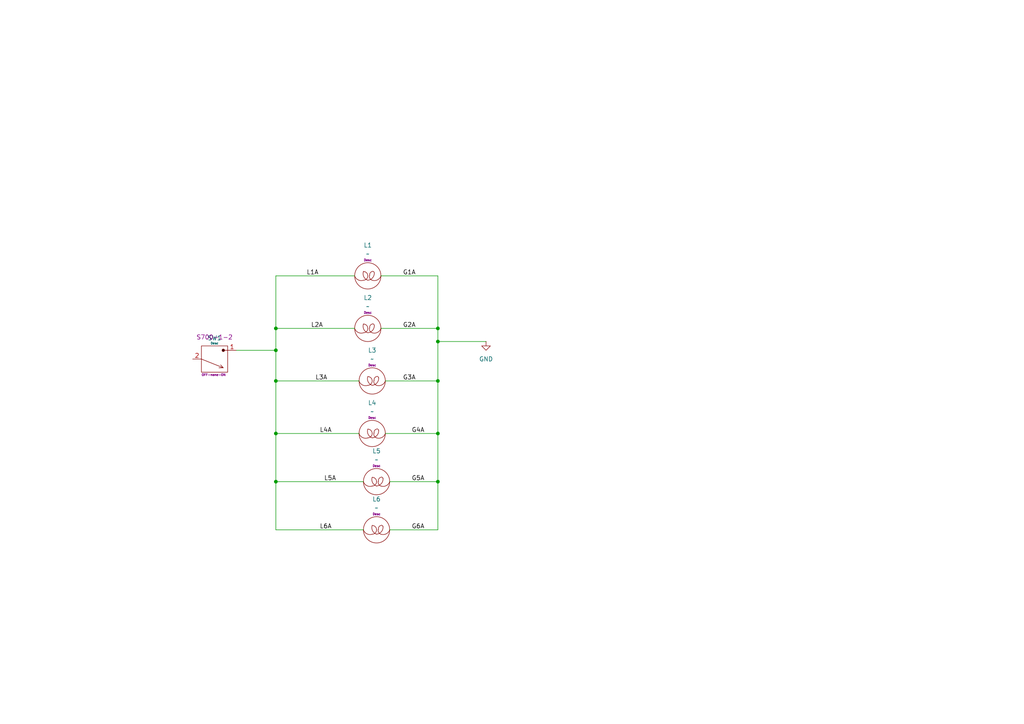
<source format=kicad_sch>
(kicad_sch
	(version 20250114)
	(generator "eeschema")
	(generator_version "9.0")
	(uuid "6ec1117e-387a-43f3-982f-264b5e1a0ac0")
	(paper "A4")
	(lib_symbols
		(symbol "AeroElectricConnectionSymbols:Lamp"
			(pin_numbers
				(hide yes)
			)
			(pin_names
				(hide yes)
			)
			(exclude_from_sim no)
			(in_bom yes)
			(on_board yes)
			(property "Reference" "L"
				(at 0 6.096 0)
				(effects
					(font
						(size 1.27 1.27)
					)
				)
			)
			(property "Value" ""
				(at 0 0 90)
				(effects
					(font
						(size 1.27 1.27)
					)
				)
			)
			(property "Footprint" ""
				(at 0 0 90)
				(effects
					(font
						(size 1.27 1.27)
					)
					(hide yes)
				)
			)
			(property "Datasheet" ""
				(at 0 0 90)
				(effects
					(font
						(size 1.27 1.27)
					)
					(hide yes)
				)
			)
			(property "Description" "Desc"
				(at 0 4.572 0)
				(do_not_autoplace)
				(effects
					(font
						(size 0.635 0.635)
					)
				)
			)
			(symbol "Lamp_0_1"
				(arc
					(start -1.27 -1.27)
					(mid -2.803 -1.1611)
					(end -3.81 0)
					(stroke
						(width 0)
						(type default)
					)
					(fill
						(type none)
					)
				)
				(arc
					(start 0 0)
					(mid -0.372 -0.898)
					(end -1.27 -1.27)
					(stroke
						(width 0)
						(type default)
					)
					(fill
						(type none)
					)
				)
				(arc
					(start -1.27 1.27)
					(mid -0.372 0.898)
					(end 0 0)
					(stroke
						(width 0)
						(type default)
					)
					(fill
						(type none)
					)
				)
				(arc
					(start 1.8758 0.9538)
					(mid 1.3985 -0.5466)
					(end 0 -1.27)
					(stroke
						(width 0)
						(type default)
					)
					(fill
						(type none)
					)
				)
				(circle
					(center 0 0)
					(radius 3.81)
					(stroke
						(width 0)
						(type default)
					)
					(fill
						(type none)
					)
				)
				(arc
					(start 0 -1.27)
					(mid -1.1611 -0.263)
					(end -1.27 1.27)
					(stroke
						(width 0)
						(type default)
					)
					(fill
						(type none)
					)
				)
				(arc
					(start 1.3671 1.3353)
					(mid 1.6919 1.2279)
					(end 1.844 0.922)
					(stroke
						(width 0)
						(type default)
					)
					(fill
						(type none)
					)
				)
				(arc
					(start 0.5722 0.1271)
					(mid 0.6847 0.8428)
					(end 1.27 1.27)
					(stroke
						(width 0)
						(type default)
					)
					(fill
						(type none)
					)
				)
				(arc
					(start 1.27 -1.27)
					(mid 0.6002 -0.7291)
					(end 0.5086 0.1271)
					(stroke
						(width 0)
						(type default)
					)
					(fill
						(type none)
					)
				)
				(arc
					(start 3.81 0)
					(mid 2.803 -1.1611)
					(end 1.27 -1.27)
					(stroke
						(width 0)
						(type default)
					)
					(fill
						(type none)
					)
				)
			)
			(symbol "Lamp_1_1"
				(pin passive line
					(at -3.81 0 0)
					(length 0)
					(name "In"
						(effects
							(font
								(size 1.27 1.27)
							)
						)
					)
					(number "1"
						(effects
							(font
								(size 1.27 1.27)
							)
						)
					)
				)
				(pin passive line
					(at 3.81 0 180)
					(length 0)
					(name "Out"
						(effects
							(font
								(size 1.27 1.27)
							)
						)
					)
					(number "2"
						(effects
							(font
								(size 1.27 1.27)
							)
						)
					)
				)
			)
			(embedded_fonts no)
		)
		(symbol "AeroElectricConnectionSymbols:S700-1-2"
			(pin_names
				(hide yes)
			)
			(exclude_from_sim no)
			(in_bom yes)
			(on_board yes)
			(property "Reference" "SW"
				(at 0 6.096 0)
				(do_not_autoplace)
				(effects
					(font
						(size 1.27 1.27)
					)
				)
			)
			(property "Value" "Desc"
				(at 0 4.572 0)
				(do_not_autoplace)
				(effects
					(font
						(size 0.635 0.635)
					)
				)
			)
			(property "Footprint" ""
				(at 0 3.048 0)
				(effects
					(font
						(size 1.27 1.27)
					)
					(hide yes)
				)
			)
			(property "Datasheet" "S700-1-2"
				(at -0.254 -7.366 0)
				(effects
					(font
						(size 1.27 1.27)
					)
				)
			)
			(property "Description" "OFF-none-ON"
				(at -0.254 -4.572 0)
				(do_not_autoplace)
				(effects
					(font
						(size 0.635 0.635)
					)
				)
			)
			(symbol "S700-1-2_0_1"
				(rectangle
					(start -3.81 3.81)
					(end 3.81 -3.81)
					(stroke
						(width 0)
						(type default)
					)
					(fill
						(type none)
					)
				)
				(polyline
					(pts
						(xy -3.81 0) (xy 2.54 -2.54) (xy 1.7627 -1.6939)
					)
					(stroke
						(width 0)
						(type default)
					)
					(fill
						(type none)
					)
				)
				(circle
					(center 2.54 2.54)
					(radius 0.381)
					(stroke
						(width 0)
						(type default)
					)
					(fill
						(type color)
						(color 0 0 0 1)
					)
				)
				(polyline
					(pts
						(xy 2.54 -2.54) (xy 1.27 -2.54)
					)
					(stroke
						(width 0)
						(type default)
					)
					(fill
						(type none)
					)
				)
				(polyline
					(pts
						(xy 3.81 2.54) (xy 2.54 2.54)
					)
					(stroke
						(width 0)
						(type default)
					)
					(fill
						(type none)
					)
				)
			)
			(symbol "S700-1-2_1_1"
				(pin passive line
					(at -6.35 0 0)
					(length 2.54)
					(name "IN"
						(effects
							(font
								(size 1.27 1.27)
							)
						)
					)
					(number "2"
						(effects
							(font
								(size 1.27 1.27)
							)
						)
					)
				)
				(pin passive line
					(at 6.35 2.54 180)
					(length 2.54)
					(name "ON"
						(effects
							(font
								(size 1.27 1.27)
							)
						)
					)
					(number "1"
						(effects
							(font
								(size 1.27 1.27)
							)
						)
					)
				)
			)
			(embedded_fonts no)
		)
		(symbol "power:GND"
			(power)
			(pin_numbers
				(hide yes)
			)
			(pin_names
				(offset 0)
				(hide yes)
			)
			(exclude_from_sim no)
			(in_bom yes)
			(on_board yes)
			(property "Reference" "#PWR"
				(at 0 -6.35 0)
				(effects
					(font
						(size 1.27 1.27)
					)
					(hide yes)
				)
			)
			(property "Value" "GND"
				(at 0 -3.81 0)
				(effects
					(font
						(size 1.27 1.27)
					)
				)
			)
			(property "Footprint" ""
				(at 0 0 0)
				(effects
					(font
						(size 1.27 1.27)
					)
					(hide yes)
				)
			)
			(property "Datasheet" ""
				(at 0 0 0)
				(effects
					(font
						(size 1.27 1.27)
					)
					(hide yes)
				)
			)
			(property "Description" "Power symbol creates a global label with name \"GND\" , ground"
				(at 0 0 0)
				(effects
					(font
						(size 1.27 1.27)
					)
					(hide yes)
				)
			)
			(property "ki_keywords" "global power"
				(at 0 0 0)
				(effects
					(font
						(size 1.27 1.27)
					)
					(hide yes)
				)
			)
			(symbol "GND_0_1"
				(polyline
					(pts
						(xy 0 0) (xy 0 -1.27) (xy 1.27 -1.27) (xy 0 -2.54) (xy -1.27 -1.27) (xy 0 -1.27)
					)
					(stroke
						(width 0)
						(type default)
					)
					(fill
						(type none)
					)
				)
			)
			(symbol "GND_1_1"
				(pin power_in line
					(at 0 0 270)
					(length 0)
					(name "~"
						(effects
							(font
								(size 1.27 1.27)
							)
						)
					)
					(number "1"
						(effects
							(font
								(size 1.27 1.27)
							)
						)
					)
				)
			)
			(embedded_fonts no)
		)
	)
	(junction
		(at 127 125.73)
		(diameter 0)
		(color 0 0 0 0)
		(uuid "11444832-b516-4d32-98bd-27b3e0fe6e45")
	)
	(junction
		(at 127 95.25)
		(diameter 0)
		(color 0 0 0 0)
		(uuid "215f7212-3997-42c7-90ae-166aab1ab008")
	)
	(junction
		(at 127 99.06)
		(diameter 0)
		(color 0 0 0 0)
		(uuid "4fd82bb5-4c24-4e4e-a92c-46c478a8112d")
	)
	(junction
		(at 80.01 101.6)
		(diameter 0)
		(color 0 0 0 0)
		(uuid "53cd5fb9-2733-4936-948f-f6cd9f638f02")
	)
	(junction
		(at 80.01 139.7)
		(diameter 0)
		(color 0 0 0 0)
		(uuid "6d6101c2-05d6-48c0-b6e1-5a8478a1c528")
	)
	(junction
		(at 80.01 110.49)
		(diameter 0)
		(color 0 0 0 0)
		(uuid "7b7db555-87bf-441f-8466-6cce9bdd1cb7")
	)
	(junction
		(at 80.01 125.73)
		(diameter 0)
		(color 0 0 0 0)
		(uuid "961b8fd7-5201-45c8-aa08-df02f6f75944")
	)
	(junction
		(at 127 110.49)
		(diameter 0)
		(color 0 0 0 0)
		(uuid "c8d81991-1188-48f1-92b3-accb18551960")
	)
	(junction
		(at 127 139.7)
		(diameter 0)
		(color 0 0 0 0)
		(uuid "ce225896-2696-49f9-84a8-2e258431ef46")
	)
	(junction
		(at 80.01 95.25)
		(diameter 0)
		(color 0 0 0 0)
		(uuid "d774d1da-5198-42d9-bbdf-600eda7adac1")
	)
	(wire
		(pts
			(xy 80.01 95.25) (xy 80.01 80.01)
		)
		(stroke
			(width 0)
			(type default)
		)
		(uuid "0b1f9d21-9b89-48ca-ab72-9b768ddcb311")
	)
	(wire
		(pts
			(xy 127 110.49) (xy 127 99.06)
		)
		(stroke
			(width 0)
			(type default)
		)
		(uuid "1dee6003-5b26-487d-99e0-976fa5225594")
	)
	(wire
		(pts
			(xy 127 153.67) (xy 127 139.7)
		)
		(stroke
			(width 0)
			(type default)
		)
		(uuid "27bc3c73-8b26-4c99-af6d-72e36aac0b4e")
	)
	(wire
		(pts
			(xy 80.01 139.7) (xy 80.01 125.73)
		)
		(stroke
			(width 0)
			(type default)
		)
		(uuid "2c63a3a8-4321-4b10-910b-fb879214dd8e")
	)
	(wire
		(pts
			(xy 104.14 125.73) (xy 80.01 125.73)
		)
		(stroke
			(width 0)
			(type default)
		)
		(uuid "34b9d862-0b2d-4afa-baad-489241be8eb1")
	)
	(wire
		(pts
			(xy 80.01 153.67) (xy 80.01 139.7)
		)
		(stroke
			(width 0)
			(type default)
		)
		(uuid "3552725c-ecf1-4bb5-a5d7-d1125ee7cfe7")
	)
	(wire
		(pts
			(xy 127 80.01) (xy 127 95.25)
		)
		(stroke
			(width 0)
			(type default)
		)
		(uuid "363b6762-118e-444e-b86b-ed55f5ec317c")
	)
	(wire
		(pts
			(xy 80.01 125.73) (xy 80.01 110.49)
		)
		(stroke
			(width 0)
			(type default)
		)
		(uuid "374e78bd-3bb0-4606-b4ac-a13f7de063e2")
	)
	(wire
		(pts
			(xy 68.58 101.6) (xy 80.01 101.6)
		)
		(stroke
			(width 0)
			(type default)
		)
		(uuid "3c34ff34-bdc1-4d44-88e5-2c7e0ab00ce3")
	)
	(wire
		(pts
			(xy 127 99.06) (xy 140.97 99.06)
		)
		(stroke
			(width 0)
			(type default)
		)
		(uuid "3f72da84-1c27-45ce-a1c8-f13dacc88788")
	)
	(wire
		(pts
			(xy 127 125.73) (xy 127 110.49)
		)
		(stroke
			(width 0)
			(type default)
		)
		(uuid "5139a237-215c-4142-b9e7-0125de7dc49e")
	)
	(wire
		(pts
			(xy 80.01 110.49) (xy 80.01 101.6)
		)
		(stroke
			(width 0)
			(type default)
		)
		(uuid "59f0babb-b565-49b9-aa68-af0e2b88d231")
	)
	(wire
		(pts
			(xy 113.03 139.7) (xy 127 139.7)
		)
		(stroke
			(width 0)
			(type default)
		)
		(uuid "66a793b0-d9c5-4874-accb-c4ffab41c6a4")
	)
	(wire
		(pts
			(xy 80.01 101.6) (xy 80.01 95.25)
		)
		(stroke
			(width 0)
			(type default)
		)
		(uuid "7208eff3-1521-4b24-a51b-b549d412298f")
	)
	(wire
		(pts
			(xy 127 95.25) (xy 127 99.06)
		)
		(stroke
			(width 0)
			(type default)
		)
		(uuid "75b15984-ff5c-48a2-be36-d50a1f0e8497")
	)
	(wire
		(pts
			(xy 110.49 95.25) (xy 127 95.25)
		)
		(stroke
			(width 0)
			(type default)
		)
		(uuid "88d34648-5178-45a3-b028-1b5d40f9692a")
	)
	(wire
		(pts
			(xy 111.76 125.73) (xy 127 125.73)
		)
		(stroke
			(width 0)
			(type default)
		)
		(uuid "8cc466a0-8535-4f9e-800b-73b473aca372")
	)
	(wire
		(pts
			(xy 127 139.7) (xy 127 125.73)
		)
		(stroke
			(width 0)
			(type default)
		)
		(uuid "a100a287-03b6-4574-bd2e-2ddcaad1797f")
	)
	(wire
		(pts
			(xy 105.41 153.67) (xy 80.01 153.67)
		)
		(stroke
			(width 0)
			(type default)
		)
		(uuid "afeb0666-7af7-4c97-92a3-9e337347ebdb")
	)
	(wire
		(pts
			(xy 113.03 153.67) (xy 127 153.67)
		)
		(stroke
			(width 0)
			(type default)
		)
		(uuid "b0d106a2-a07a-4561-896c-728b09a0b330")
	)
	(wire
		(pts
			(xy 110.49 80.01) (xy 127 80.01)
		)
		(stroke
			(width 0)
			(type default)
		)
		(uuid "c6700522-30a4-4ad9-9f71-f0c878417492")
	)
	(wire
		(pts
			(xy 104.14 110.49) (xy 80.01 110.49)
		)
		(stroke
			(width 0)
			(type default)
		)
		(uuid "c854662d-3589-4b1e-b236-0d3286e98f21")
	)
	(wire
		(pts
			(xy 111.76 110.49) (xy 127 110.49)
		)
		(stroke
			(width 0)
			(type default)
		)
		(uuid "d258c0ad-335c-4639-af82-c1e0a16ecaf0")
	)
	(wire
		(pts
			(xy 80.01 95.25) (xy 102.87 95.25)
		)
		(stroke
			(width 0)
			(type default)
		)
		(uuid "d38d3de2-42a9-4aa9-8a48-5f5dfd73e97e")
	)
	(wire
		(pts
			(xy 105.41 139.7) (xy 80.01 139.7)
		)
		(stroke
			(width 0)
			(type default)
		)
		(uuid "d71ea5ee-3b4f-4bd0-97f4-f589cba1a5c1")
	)
	(wire
		(pts
			(xy 80.01 80.01) (xy 102.87 80.01)
		)
		(stroke
			(width 0)
			(type default)
		)
		(uuid "fa0863bf-511a-485c-9b0e-0c1a68f4caeb")
	)
	(label "L1A"
		(at 88.9 80.01 0)
		(effects
			(font
				(size 1.27 1.27)
			)
			(justify left bottom)
		)
		(uuid "054376ee-34eb-4009-bd32-761977b1d9b0")
	)
	(label "L5A"
		(at 93.98 139.7 0)
		(effects
			(font
				(size 1.27 1.27)
			)
			(justify left bottom)
		)
		(uuid "284fd51d-3909-49eb-b5df-f1b4cac8d2d8")
	)
	(label "G1A"
		(at 116.84 80.01 0)
		(effects
			(font
				(size 1.27 1.27)
			)
			(justify left bottom)
		)
		(uuid "2a97e21f-4d7c-4fc3-a310-72874173144b")
	)
	(label "L3A"
		(at 91.44 110.49 0)
		(effects
			(font
				(size 1.27 1.27)
			)
			(justify left bottom)
		)
		(uuid "2aa705d0-4fac-4c67-bea4-8e0a8f5d61bf")
	)
	(label "L2A"
		(at 90.17 95.25 0)
		(effects
			(font
				(size 1.27 1.27)
			)
			(justify left bottom)
		)
		(uuid "31531d08-e6eb-4c4f-a66e-fa8ea4fe7bc3")
	)
	(label "L6A"
		(at 92.71 153.67 0)
		(effects
			(font
				(size 1.27 1.27)
			)
			(justify left bottom)
		)
		(uuid "5f0fe8b4-100a-42f3-b2dc-d23aeadc154c")
	)
	(label "G3A"
		(at 116.84 110.49 0)
		(effects
			(font
				(size 1.27 1.27)
			)
			(justify left bottom)
		)
		(uuid "8c243b51-7c6c-420a-9104-8597135d2a9d")
	)
	(label "L4A"
		(at 92.71 125.73 0)
		(effects
			(font
				(size 1.27 1.27)
			)
			(justify left bottom)
		)
		(uuid "9c9fe535-bf08-4683-901b-a05e5800fd60")
	)
	(label "G6A"
		(at 119.38 153.67 0)
		(effects
			(font
				(size 1.27 1.27)
			)
			(justify left bottom)
		)
		(uuid "9f01ec57-dbe7-4477-a30e-1d3d4f117a6b")
	)
	(label "G2A"
		(at 116.84 95.25 0)
		(effects
			(font
				(size 1.27 1.27)
			)
			(justify left bottom)
		)
		(uuid "bd161030-d8b3-4e6b-b330-b9f432a2c29b")
	)
	(label "G4A"
		(at 119.38 125.73 0)
		(effects
			(font
				(size 1.27 1.27)
			)
			(justify left bottom)
		)
		(uuid "c4acf9a4-ecf9-477f-82ca-49589c0a06a1")
	)
	(label "G5A"
		(at 119.38 139.7 0)
		(effects
			(font
				(size 1.27 1.27)
			)
			(justify left bottom)
		)
		(uuid "c7f15c62-4f03-4792-8035-9853ec15f5b4")
	)
	(symbol
		(lib_id "AeroElectricConnectionSymbols:S700-1-2")
		(at 62.23 104.14 0)
		(unit 1)
		(exclude_from_sim no)
		(in_bom yes)
		(on_board yes)
		(dnp no)
		(fields_autoplaced yes)
		(uuid "0e618041-b879-46eb-ba0d-7a304ee60c43")
		(property "Reference" "SW1"
			(at 62.23 98.044 0)
			(do_not_autoplace yes)
			(effects
				(font
					(size 1.27 1.27)
				)
			)
		)
		(property "Value" "Desc"
			(at 62.23 99.568 0)
			(do_not_autoplace yes)
			(effects
				(font
					(size 0.635 0.635)
				)
			)
		)
		(property "Footprint" ""
			(at 62.23 101.092 0)
			(effects
				(font
					(size 1.27 1.27)
				)
				(hide yes)
			)
		)
		(property "Datasheet" "S700-1-2"
			(at 62.23 97.79 0)
			(effects
				(font
					(size 1.27 1.27)
				)
			)
		)
		(property "Description" "OFF-none-ON"
			(at 61.976 108.712 0)
			(do_not_autoplace yes)
			(effects
				(font
					(size 0.635 0.635)
				)
			)
		)
		(property "LocLoad" "(-10,0,0)R20"
			(at 62.23 104.14 0)
			(effects
				(font
					(size 1.27 1.27)
				)
				(hide yes)
			)
		)
		(pin "2"
			(uuid "7163796f-c553-42f0-a6c8-693446ff2a9d")
		)
		(pin "1"
			(uuid "efef4ce4-167b-4597-9733-ec82263bfe4c")
		)
		(instances
			(project ""
				(path "/6ec1117e-387a-43f3-982f-264b5e1a0ac0"
					(reference "SW1")
					(unit 1)
				)
			)
		)
	)
	(symbol
		(lib_id "AeroElectricConnectionSymbols:Lamp")
		(at 106.68 95.25 0)
		(unit 1)
		(exclude_from_sim no)
		(in_bom yes)
		(on_board yes)
		(dnp no)
		(fields_autoplaced yes)
		(uuid "40f508a0-d189-4c20-bc67-dca109317166")
		(property "Reference" "L2"
			(at 106.68 86.36 0)
			(effects
				(font
					(size 1.27 1.27)
				)
			)
		)
		(property "Value" "~"
			(at 106.68 88.9 0)
			(effects
				(font
					(size 1.27 1.27)
				)
			)
		)
		(property "Footprint" ""
			(at 106.68 95.25 90)
			(effects
				(font
					(size 1.27 1.27)
				)
				(hide yes)
			)
		)
		(property "Datasheet" ""
			(at 106.68 95.25 90)
			(effects
				(font
					(size 1.27 1.27)
				)
				(hide yes)
			)
		)
		(property "Description" "Desc"
			(at 106.68 90.678 0)
			(do_not_autoplace yes)
			(effects
				(font
					(size 0.635 0.635)
				)
			)
		)
		(property "LocLoad" "(10,0,20)L1"
			(at 106.68 95.25 0)
			(effects
				(font
					(size 1.27 1.27)
				)
				(hide yes)
			)
		)
		(pin "2"
			(uuid "b70c2045-a1c5-4947-9c4b-e4eec5a3dde2")
		)
		(pin "1"
			(uuid "83fd96f4-081e-475c-8b14-931b7bf65014")
		)
		(instances
			(project "test_09_fixture"
				(path "/6ec1117e-387a-43f3-982f-264b5e1a0ac0"
					(reference "L2")
					(unit 1)
				)
			)
		)
	)
	(symbol
		(lib_id "power:GND")
		(at 140.97 99.06 0)
		(unit 1)
		(exclude_from_sim no)
		(in_bom yes)
		(on_board yes)
		(dnp no)
		(fields_autoplaced yes)
		(uuid "534090a8-3910-48b1-bcd8-91820aae2baf")
		(property "Reference" "GND1"
			(at 140.97 105.41 0)
			(effects
				(font
					(size 1.27 1.27)
				)
				(hide yes)
			)
		)
		(property "Value" "GND"
			(at 140.97 104.14 0)
			(effects
				(font
					(size 1.27 1.27)
				)
			)
		)
		(property "Footprint" ""
			(at 140.97 99.06 0)
			(effects
				(font
					(size 1.27 1.27)
				)
				(hide yes)
			)
		)
		(property "Datasheet" ""
			(at 140.97 99.06 0)
			(effects
				(font
					(size 1.27 1.27)
				)
				(hide yes)
			)
		)
		(property "Description" "Power symbol creates a global label with name \"GND\" , ground"
			(at 140.97 99.06 0)
			(effects
				(font
					(size 1.27 1.27)
				)
				(hide yes)
			)
		)
		(property "LocLoad" "(20,0,0)G"
			(at 140.97 99.06 0)
			(effects
				(font
					(size 1.27 1.27)
				)
				(hide yes)
			)
		)
		(pin "1"
			(uuid "e8aa7272-0c28-485a-8292-b8258d853c6c")
		)
		(instances
			(project ""
				(path "/6ec1117e-387a-43f3-982f-264b5e1a0ac0"
					(reference "GND1")
					(unit 1)
				)
			)
		)
	)
	(symbol
		(lib_id "AeroElectricConnectionSymbols:Lamp")
		(at 107.95 110.49 0)
		(unit 1)
		(exclude_from_sim no)
		(in_bom yes)
		(on_board yes)
		(dnp no)
		(fields_autoplaced yes)
		(uuid "5ab58363-960d-4800-a881-c78a8e6bc7b8")
		(property "Reference" "L3"
			(at 107.95 101.6 0)
			(effects
				(font
					(size 1.27 1.27)
				)
			)
		)
		(property "Value" "~"
			(at 107.95 104.14 0)
			(effects
				(font
					(size 1.27 1.27)
				)
			)
		)
		(property "Footprint" ""
			(at 107.95 110.49 90)
			(effects
				(font
					(size 1.27 1.27)
				)
				(hide yes)
			)
		)
		(property "Datasheet" ""
			(at 107.95 110.49 90)
			(effects
				(font
					(size 1.27 1.27)
				)
				(hide yes)
			)
		)
		(property "Description" "Desc"
			(at 107.95 105.918 0)
			(do_not_autoplace yes)
			(effects
				(font
					(size 0.635 0.635)
				)
			)
		)
		(property "LocLoad" "(10,0,30)L1"
			(at 107.95 110.49 0)
			(effects
				(font
					(size 1.27 1.27)
				)
				(hide yes)
			)
		)
		(pin "2"
			(uuid "a3233cd7-df34-46d8-bad3-6188029e9c95")
		)
		(pin "1"
			(uuid "5b16e971-eba8-46af-99a6-51fdcd846cd8")
		)
		(instances
			(project "test_09_fixture"
				(path "/6ec1117e-387a-43f3-982f-264b5e1a0ac0"
					(reference "L3")
					(unit 1)
				)
			)
		)
	)
	(symbol
		(lib_id "AeroElectricConnectionSymbols:Lamp")
		(at 106.68 80.01 0)
		(unit 1)
		(exclude_from_sim no)
		(in_bom yes)
		(on_board yes)
		(dnp no)
		(fields_autoplaced yes)
		(uuid "6513e8b3-1970-4419-9a1f-fe5b4a09acdd")
		(property "Reference" "L1"
			(at 106.68 71.12 0)
			(effects
				(font
					(size 1.27 1.27)
				)
			)
		)
		(property "Value" "~"
			(at 106.68 73.66 0)
			(effects
				(font
					(size 1.27 1.27)
				)
			)
		)
		(property "Footprint" ""
			(at 106.68 80.01 90)
			(effects
				(font
					(size 1.27 1.27)
				)
				(hide yes)
			)
		)
		(property "Datasheet" ""
			(at 106.68 80.01 90)
			(effects
				(font
					(size 1.27 1.27)
				)
				(hide yes)
			)
		)
		(property "Description" "Desc"
			(at 106.68 75.438 0)
			(do_not_autoplace yes)
			(effects
				(font
					(size 0.635 0.635)
				)
			)
		)
		(property "LocLoad" "(10,0,10)L1"
			(at 106.68 80.01 0)
			(effects
				(font
					(size 1.27 1.27)
				)
				(hide yes)
			)
		)
		(pin "2"
			(uuid "13278da7-cb7c-4f39-92f2-735899a83bb9")
		)
		(pin "1"
			(uuid "b28972b2-599c-4469-8ba5-ada5c7a66468")
		)
		(instances
			(project ""
				(path "/6ec1117e-387a-43f3-982f-264b5e1a0ac0"
					(reference "L1")
					(unit 1)
				)
			)
		)
	)
	(symbol
		(lib_id "AeroElectricConnectionSymbols:Lamp")
		(at 109.22 153.67 0)
		(unit 1)
		(exclude_from_sim no)
		(in_bom yes)
		(on_board yes)
		(dnp no)
		(fields_autoplaced yes)
		(uuid "71861b55-4a17-402a-9c27-c69eaadd6231")
		(property "Reference" "L6"
			(at 109.22 144.78 0)
			(effects
				(font
					(size 1.27 1.27)
				)
			)
		)
		(property "Value" "~"
			(at 109.22 147.32 0)
			(effects
				(font
					(size 1.27 1.27)
				)
			)
		)
		(property "Footprint" ""
			(at 109.22 153.67 90)
			(effects
				(font
					(size 1.27 1.27)
				)
				(hide yes)
			)
		)
		(property "Datasheet" ""
			(at 109.22 153.67 90)
			(effects
				(font
					(size 1.27 1.27)
				)
				(hide yes)
			)
		)
		(property "Description" "Desc"
			(at 109.22 149.098 0)
			(do_not_autoplace yes)
			(effects
				(font
					(size 0.635 0.635)
				)
			)
		)
		(property "LocLoad" "(10,0,60)L1"
			(at 109.22 153.67 0)
			(effects
				(font
					(size 1.27 1.27)
				)
				(hide yes)
			)
		)
		(pin "2"
			(uuid "490fe368-5517-43c1-86f4-e9ae14c8dc88")
		)
		(pin "1"
			(uuid "a66e0dfa-e593-4544-b3d6-ebf628e6db1c")
		)
		(instances
			(project "test_09_fixture"
				(path "/6ec1117e-387a-43f3-982f-264b5e1a0ac0"
					(reference "L6")
					(unit 1)
				)
			)
		)
	)
	(symbol
		(lib_id "AeroElectricConnectionSymbols:Lamp")
		(at 109.22 139.7 0)
		(unit 1)
		(exclude_from_sim no)
		(in_bom yes)
		(on_board yes)
		(dnp no)
		(fields_autoplaced yes)
		(uuid "950adb18-3d8c-43e7-9f74-87d5e13f3e4e")
		(property "Reference" "L5"
			(at 109.22 130.81 0)
			(effects
				(font
					(size 1.27 1.27)
				)
			)
		)
		(property "Value" "~"
			(at 109.22 133.35 0)
			(effects
				(font
					(size 1.27 1.27)
				)
			)
		)
		(property "Footprint" ""
			(at 109.22 139.7 90)
			(effects
				(font
					(size 1.27 1.27)
				)
				(hide yes)
			)
		)
		(property "Datasheet" ""
			(at 109.22 139.7 90)
			(effects
				(font
					(size 1.27 1.27)
				)
				(hide yes)
			)
		)
		(property "Description" "Desc"
			(at 109.22 135.128 0)
			(do_not_autoplace yes)
			(effects
				(font
					(size 0.635 0.635)
				)
			)
		)
		(property "LocLoad" "(10,0,50)L1"
			(at 109.22 139.7 0)
			(effects
				(font
					(size 1.27 1.27)
				)
				(hide yes)
			)
		)
		(pin "2"
			(uuid "28c87747-7214-4529-8069-ddaa0a766c0d")
		)
		(pin "1"
			(uuid "3b044316-5ffd-49da-ad21-2c8adac85825")
		)
		(instances
			(project "test_09_fixture"
				(path "/6ec1117e-387a-43f3-982f-264b5e1a0ac0"
					(reference "L5")
					(unit 1)
				)
			)
		)
	)
	(symbol
		(lib_id "AeroElectricConnectionSymbols:Lamp")
		(at 107.95 125.73 0)
		(unit 1)
		(exclude_from_sim no)
		(in_bom yes)
		(on_board yes)
		(dnp no)
		(fields_autoplaced yes)
		(uuid "9bf0af47-6759-4581-b1c0-0b5b926ece3c")
		(property "Reference" "L4"
			(at 107.95 116.84 0)
			(effects
				(font
					(size 1.27 1.27)
				)
			)
		)
		(property "Value" "~"
			(at 107.95 119.38 0)
			(effects
				(font
					(size 1.27 1.27)
				)
			)
		)
		(property "Footprint" ""
			(at 107.95 125.73 90)
			(effects
				(font
					(size 1.27 1.27)
				)
				(hide yes)
			)
		)
		(property "Datasheet" ""
			(at 107.95 125.73 90)
			(effects
				(font
					(size 1.27 1.27)
				)
				(hide yes)
			)
		)
		(property "Description" "Desc"
			(at 107.95 121.158 0)
			(do_not_autoplace yes)
			(effects
				(font
					(size 0.635 0.635)
				)
			)
		)
		(property "LocLoad" "(10,0,40)L1"
			(at 107.95 125.73 0)
			(effects
				(font
					(size 1.27 1.27)
				)
				(hide yes)
			)
		)
		(pin "2"
			(uuid "07c503a2-5db0-493d-9ea5-689ff8176915")
		)
		(pin "1"
			(uuid "cff5bf5c-fe9c-4b2c-98ef-3260ef2c8a11")
		)
		(instances
			(project "test_09_fixture"
				(path "/6ec1117e-387a-43f3-982f-264b5e1a0ac0"
					(reference "L4")
					(unit 1)
				)
			)
		)
	)
	(sheet_instances
		(path "/"
			(page "1")
		)
	)
	(embedded_fonts no)
)

</source>
